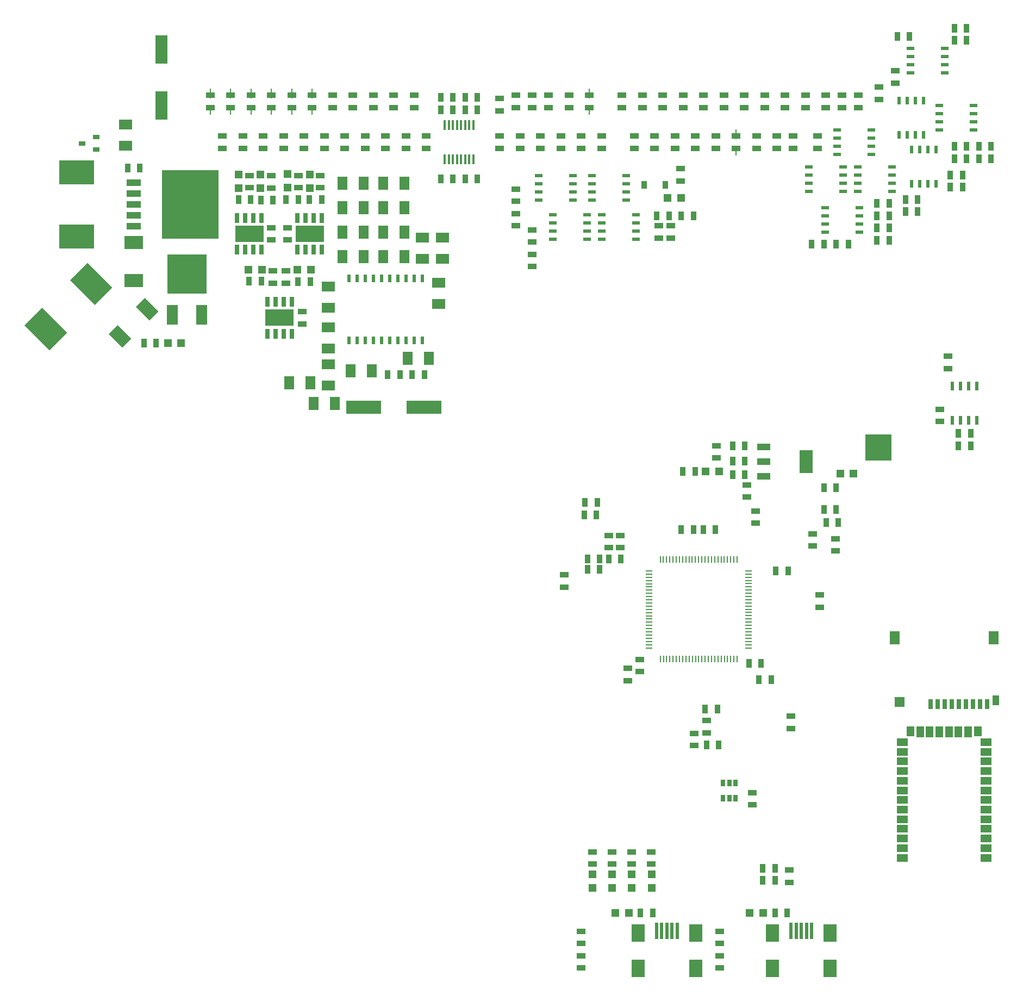
<source format=gtp>
G04 (created by PCBNEW (2013-07-07 BZR 4022)-stable) date 06/07/2014 12:08:28*
%MOIN*%
G04 Gerber Fmt 3.4, Leading zero omitted, Abs format*
%FSLAX34Y34*%
G01*
G70*
G90*
G04 APERTURE LIST*
%ADD10C,0.00393701*%
%ADD11R,0.04X0.01*%
%ADD12R,0.01X0.04*%
%ADD13R,0.0177X0.059*%
%ADD14R,0.055X0.035*%
%ADD15R,0.008X0.06*%
%ADD16R,0.035X0.055*%
%ADD17R,0.0472X0.0472*%
%ADD18R,0.08X0.144*%
%ADD19R,0.08X0.04*%
%ADD20R,0.0275591X0.0393701*%
%ADD21R,0.16X0.16*%
%ADD22R,0.1181X0.0787*%
%ADD23R,0.2165X0.1516*%
%ADD24R,0.09X0.042*%
%ADD25R,0.35X0.42*%
%ADD26R,0.065X0.12*%
%ADD27R,0.24X0.24*%
%ADD28R,0.0748X0.1732*%
%ADD29R,0.08X0.06*%
%ADD30R,0.0394X0.0315*%
%ADD31R,0.06X0.08*%
%ADD32R,0.2165X0.0787*%
%ADD33R,0.02X0.05*%
%ADD34R,0.03X0.06*%
%ADD35R,0.04X0.06*%
%ADD36R,0.06X0.06*%
%ADD37R,0.045X0.02*%
%ADD38R,0.02X0.045*%
%ADD39R,0.038X0.05*%
%ADD40R,0.0236X0.0551*%
%ADD41R,0.175X0.1*%
%ADD42R,0.02X0.1*%
%ADD43R,0.0787402X0.11*%
%ADD44R,0.0669X0.0472*%
%ADD45R,0.0472X0.0629*%
%ADD46R,0.0472X0.0669*%
G04 APERTURE END LIST*
G54D10*
G54D11*
X87750Y-54274D03*
X87750Y-58994D03*
X87750Y-58794D03*
X87750Y-58604D03*
X87750Y-58404D03*
X87750Y-58204D03*
X87750Y-58014D03*
X87750Y-57814D03*
X87750Y-57614D03*
X87750Y-57424D03*
X87750Y-57224D03*
X87750Y-57024D03*
X87750Y-56824D03*
X87750Y-56634D03*
X87750Y-56434D03*
X87750Y-56234D03*
X87750Y-56044D03*
X87750Y-55844D03*
X87750Y-55644D03*
X87750Y-55454D03*
X87750Y-55254D03*
X87750Y-55054D03*
X87750Y-54864D03*
X87750Y-54664D03*
X87750Y-54464D03*
G54D12*
X87060Y-59684D03*
X82340Y-59684D03*
X82540Y-59684D03*
X82730Y-59684D03*
X82930Y-59684D03*
X83130Y-59684D03*
X83320Y-59684D03*
X83520Y-59684D03*
X83720Y-59684D03*
X83910Y-59684D03*
X84110Y-59684D03*
X84310Y-59684D03*
X84510Y-59684D03*
X84700Y-59684D03*
X84900Y-59684D03*
X85100Y-59684D03*
X85290Y-59684D03*
X85490Y-59684D03*
X85690Y-59684D03*
X85880Y-59684D03*
X86080Y-59684D03*
X86280Y-59684D03*
X86470Y-59684D03*
X86670Y-59684D03*
X86870Y-59684D03*
X87060Y-53584D03*
X86860Y-53584D03*
X86670Y-53584D03*
X86470Y-53584D03*
X86270Y-53584D03*
X86080Y-53584D03*
X85880Y-53584D03*
X85680Y-53584D03*
X85490Y-53584D03*
X85290Y-53584D03*
X85090Y-53584D03*
X84890Y-53584D03*
X84700Y-53584D03*
X84500Y-53584D03*
X84300Y-53584D03*
X84110Y-53584D03*
X83910Y-53584D03*
X83710Y-53584D03*
X83520Y-53584D03*
X83320Y-53584D03*
X83120Y-53584D03*
X82930Y-53584D03*
X82730Y-53584D03*
X82530Y-53584D03*
X82340Y-53584D03*
G54D11*
X81650Y-54274D03*
X81650Y-54474D03*
X81650Y-54664D03*
X81650Y-54864D03*
X81650Y-55064D03*
X81650Y-55254D03*
X81650Y-55454D03*
X81650Y-55654D03*
X81650Y-55844D03*
X81650Y-56044D03*
X81650Y-56244D03*
X81650Y-56444D03*
X81650Y-56634D03*
X81650Y-56834D03*
X81650Y-57034D03*
X81650Y-57224D03*
X81650Y-57424D03*
X81650Y-57624D03*
X81650Y-57814D03*
X81650Y-58014D03*
X81650Y-58214D03*
X81650Y-58404D03*
X81650Y-58604D03*
X81650Y-58804D03*
X81650Y-58994D03*
G54D13*
X69125Y-29059D03*
X69375Y-29059D03*
X69625Y-29059D03*
X69875Y-29059D03*
X70125Y-29059D03*
X70375Y-29059D03*
X70625Y-29059D03*
X70875Y-29059D03*
X70875Y-26941D03*
X70625Y-26941D03*
X70375Y-26941D03*
X70125Y-26941D03*
X69875Y-26941D03*
X69625Y-26941D03*
X69375Y-26941D03*
X69125Y-26941D03*
G54D14*
X78000Y-25875D03*
X78000Y-25125D03*
G54D15*
X78000Y-25000D03*
X78000Y-26000D03*
G54D14*
X61000Y-25875D03*
X61000Y-25125D03*
G54D15*
X61000Y-25000D03*
X61000Y-26000D03*
G54D14*
X59750Y-25875D03*
X59750Y-25125D03*
G54D15*
X59750Y-25000D03*
X59750Y-26000D03*
G54D14*
X58500Y-25875D03*
X58500Y-25125D03*
G54D15*
X58500Y-25000D03*
X58500Y-26000D03*
G54D14*
X57250Y-25875D03*
X57250Y-25125D03*
G54D15*
X57250Y-25000D03*
X57250Y-26000D03*
G54D14*
X54750Y-25875D03*
X54750Y-25125D03*
G54D15*
X54750Y-26000D03*
X54750Y-25000D03*
G54D14*
X56000Y-25875D03*
X56000Y-25125D03*
G54D15*
X56000Y-26000D03*
X56000Y-25000D03*
G54D14*
X87000Y-28375D03*
X87000Y-27625D03*
G54D15*
X87000Y-28500D03*
X87000Y-27500D03*
G54D14*
X75500Y-25875D03*
X75500Y-25125D03*
X77500Y-28375D03*
X77500Y-27625D03*
X76750Y-25875D03*
X76750Y-25125D03*
X78750Y-28375D03*
X78750Y-27625D03*
X80750Y-28375D03*
X80750Y-27625D03*
X80000Y-25875D03*
X80000Y-25125D03*
X82000Y-28375D03*
X82000Y-27625D03*
X81250Y-25875D03*
X81250Y-25125D03*
X83250Y-28375D03*
X83250Y-27625D03*
X82500Y-25875D03*
X82500Y-25125D03*
X84500Y-28375D03*
X84500Y-27625D03*
X83750Y-25875D03*
X83750Y-25125D03*
X85750Y-28375D03*
X85750Y-27625D03*
X85000Y-25875D03*
X85000Y-25125D03*
X76250Y-28375D03*
X76250Y-27625D03*
X86250Y-25875D03*
X86250Y-25125D03*
X88250Y-28375D03*
X88250Y-27625D03*
X87500Y-25875D03*
X87500Y-25125D03*
X89500Y-28375D03*
X89500Y-27625D03*
X88750Y-25875D03*
X88750Y-25125D03*
X90500Y-28375D03*
X90500Y-27625D03*
X90000Y-25875D03*
X90000Y-25125D03*
X92000Y-28375D03*
X92000Y-27625D03*
X91250Y-25875D03*
X91250Y-25125D03*
X93500Y-25875D03*
X93500Y-25125D03*
X92500Y-25875D03*
X92500Y-25125D03*
X95750Y-25375D03*
X95750Y-24625D03*
X94500Y-25875D03*
X94500Y-25125D03*
X96750Y-24375D03*
X96750Y-23625D03*
G54D16*
X97625Y-21500D03*
X96875Y-21500D03*
G54D14*
X65500Y-28375D03*
X65500Y-27625D03*
X56750Y-28375D03*
X56750Y-27625D03*
X58000Y-28375D03*
X58000Y-27625D03*
X59250Y-28375D03*
X59250Y-27625D03*
X60500Y-28375D03*
X60500Y-27625D03*
X61750Y-28375D03*
X61750Y-27625D03*
X63000Y-28375D03*
X63000Y-27625D03*
X62250Y-25875D03*
X62250Y-25125D03*
X64250Y-28375D03*
X64250Y-27625D03*
X63500Y-25875D03*
X63500Y-25125D03*
X55500Y-28375D03*
X55500Y-27625D03*
X64750Y-25875D03*
X64750Y-25125D03*
X66750Y-28375D03*
X66750Y-27625D03*
X66000Y-25875D03*
X66000Y-25125D03*
X68000Y-28375D03*
X68000Y-27625D03*
X67250Y-25875D03*
X67250Y-25125D03*
X72500Y-28375D03*
X72500Y-27625D03*
X72500Y-26075D03*
X72500Y-25325D03*
X90350Y-63934D03*
X90350Y-63184D03*
G54D16*
X84975Y-51734D03*
X85725Y-51734D03*
X84375Y-51734D03*
X83625Y-51734D03*
G54D14*
X84425Y-64984D03*
X84425Y-64234D03*
G54D16*
X77875Y-53534D03*
X78625Y-53534D03*
X77875Y-54184D03*
X78625Y-54184D03*
G54D14*
X79200Y-52109D03*
X79200Y-52859D03*
X79900Y-52109D03*
X79900Y-52859D03*
X87650Y-49759D03*
X87650Y-49009D03*
G54D16*
X78475Y-50084D03*
X77725Y-50084D03*
X83725Y-48184D03*
X84475Y-48184D03*
G54D14*
X81100Y-60459D03*
X81100Y-59709D03*
G54D16*
X88525Y-59934D03*
X87775Y-59934D03*
X90175Y-54284D03*
X89425Y-54284D03*
G54D14*
X80350Y-60259D03*
X80350Y-61009D03*
X93100Y-53059D03*
X93100Y-52309D03*
G54D16*
X88400Y-60959D03*
X89150Y-60959D03*
X86775Y-48384D03*
X87525Y-48384D03*
X87525Y-47534D03*
X86775Y-47534D03*
G54D17*
X85137Y-48184D03*
X85963Y-48184D03*
G54D16*
X78425Y-50834D03*
X77675Y-50834D03*
X85100Y-62759D03*
X85850Y-62759D03*
G54D14*
X85200Y-64209D03*
X85200Y-63459D03*
G54D16*
X85175Y-64934D03*
X85925Y-64934D03*
G54D14*
X92125Y-55759D03*
X92125Y-56509D03*
X76450Y-54525D03*
X76450Y-55275D03*
X78200Y-72259D03*
X78200Y-71509D03*
X79400Y-72259D03*
X79400Y-71509D03*
X80600Y-72259D03*
X80600Y-71509D03*
X81800Y-72259D03*
X81800Y-71509D03*
G54D16*
X79925Y-53534D03*
X79175Y-53534D03*
G54D14*
X85800Y-47359D03*
X85800Y-46609D03*
G54D16*
X81125Y-75250D03*
X81875Y-75250D03*
X93125Y-49184D03*
X92375Y-49184D03*
G54D18*
X91300Y-47584D03*
G54D19*
X88700Y-47584D03*
X88700Y-48484D03*
X88700Y-46684D03*
G54D14*
X77500Y-77125D03*
X77500Y-76375D03*
X77500Y-77875D03*
X77500Y-78625D03*
X91700Y-52759D03*
X91700Y-52009D03*
X88200Y-51359D03*
X88200Y-50609D03*
G54D20*
X86949Y-67261D03*
X86575Y-67261D03*
X86200Y-67261D03*
X86200Y-68206D03*
X86575Y-68206D03*
X86949Y-68206D03*
G54D21*
X95710Y-46704D03*
G54D17*
X80590Y-72871D03*
X80590Y-73697D03*
X78190Y-72871D03*
X78190Y-73697D03*
X79390Y-72871D03*
X79390Y-73697D03*
X81810Y-72871D03*
X81810Y-73697D03*
X80413Y-75250D03*
X79587Y-75250D03*
X93377Y-48324D03*
X94203Y-48324D03*
G54D14*
X88000Y-67875D03*
X88000Y-68625D03*
G54D16*
X86775Y-46624D03*
X87525Y-46624D03*
X92515Y-51324D03*
X93265Y-51324D03*
X92375Y-50504D03*
X93125Y-50504D03*
X69625Y-26000D03*
X68875Y-26000D03*
X71125Y-26000D03*
X70375Y-26000D03*
X69625Y-25250D03*
X68875Y-25250D03*
X71125Y-25250D03*
X70375Y-25250D03*
X68875Y-30250D03*
X69625Y-30250D03*
X70375Y-30250D03*
X71125Y-30250D03*
G54D22*
X50056Y-36491D03*
X50056Y-34129D03*
G54D10*
G36*
X49360Y-40590D02*
X48525Y-39755D01*
X49081Y-39199D01*
X49916Y-40034D01*
X49360Y-40590D01*
X49360Y-40590D01*
G37*
G36*
X51030Y-38920D02*
X50195Y-38085D01*
X50751Y-37529D01*
X51586Y-38364D01*
X51030Y-38920D01*
X51030Y-38920D01*
G37*
G54D23*
X46556Y-29851D03*
X46556Y-33769D03*
G54D10*
G36*
X47211Y-35373D02*
X48742Y-36904D01*
X47670Y-37976D01*
X46139Y-36445D01*
X47211Y-35373D01*
X47211Y-35373D01*
G37*
G36*
X44441Y-38143D02*
X45972Y-39674D01*
X44900Y-40746D01*
X43369Y-39215D01*
X44441Y-38143D01*
X44441Y-38143D01*
G37*
G54D16*
X50681Y-40310D03*
X51431Y-40310D03*
G54D17*
X52143Y-40310D03*
X52969Y-40310D03*
G54D24*
X50056Y-30470D03*
G54D25*
X53506Y-31810D03*
G54D24*
X50056Y-31810D03*
X50056Y-31140D03*
X50056Y-32480D03*
X50056Y-33150D03*
G54D26*
X52406Y-38560D03*
G54D27*
X53306Y-36060D03*
G54D26*
X54206Y-38560D03*
G54D28*
X51750Y-25732D03*
X51750Y-22307D03*
G54D16*
X49681Y-29560D03*
X50431Y-29560D03*
G54D29*
X49556Y-28210D03*
X49556Y-26910D03*
G54D30*
X46873Y-28060D03*
X47739Y-27685D03*
X47739Y-28435D03*
G54D29*
X68750Y-37900D03*
X68750Y-36600D03*
X67750Y-33850D03*
X67750Y-35150D03*
G54D31*
X63350Y-42000D03*
X64650Y-42000D03*
G54D29*
X62000Y-42900D03*
X62000Y-41600D03*
X69000Y-33850D03*
X69000Y-35150D03*
X62000Y-38150D03*
X62000Y-36850D03*
G54D31*
X68150Y-41250D03*
X66850Y-41250D03*
G54D29*
X62000Y-40650D03*
X62000Y-39350D03*
G54D31*
X65350Y-35000D03*
X66650Y-35000D03*
X64150Y-35000D03*
X62850Y-35000D03*
X65350Y-33500D03*
X66650Y-33500D03*
X62850Y-32000D03*
X64150Y-32000D03*
X62850Y-30500D03*
X64150Y-30500D03*
X66650Y-30500D03*
X65350Y-30500D03*
X66650Y-32000D03*
X65350Y-32000D03*
G54D16*
X67875Y-42250D03*
X67125Y-42250D03*
X65625Y-42250D03*
X66375Y-42250D03*
G54D32*
X64150Y-44250D03*
X67850Y-44250D03*
G54D31*
X62400Y-44000D03*
X61100Y-44000D03*
X60900Y-42750D03*
X59600Y-42750D03*
G54D33*
X67750Y-36350D03*
X67250Y-36350D03*
X66750Y-36350D03*
X66250Y-36350D03*
X65750Y-36350D03*
X65250Y-36350D03*
X64750Y-36350D03*
X64250Y-36350D03*
X63750Y-36350D03*
X63250Y-36350D03*
X63250Y-40150D03*
X63750Y-40150D03*
X64250Y-40150D03*
X64750Y-40150D03*
X65250Y-40150D03*
X65750Y-40150D03*
X66250Y-40150D03*
X66750Y-40150D03*
X67250Y-40150D03*
X67750Y-40150D03*
G54D14*
X86000Y-76375D03*
X86000Y-77125D03*
G54D16*
X88625Y-72500D03*
X89375Y-72500D03*
X89375Y-73250D03*
X88625Y-73250D03*
G54D14*
X90250Y-72625D03*
X90250Y-73375D03*
X86000Y-77875D03*
X86000Y-78625D03*
G54D16*
X90125Y-75250D03*
X89375Y-75250D03*
G54D17*
X88663Y-75250D03*
X87837Y-75250D03*
G54D34*
X98917Y-62450D03*
X99350Y-62450D03*
X99783Y-62450D03*
X100216Y-62450D03*
X100650Y-62450D03*
X101083Y-62450D03*
X101516Y-62450D03*
X101949Y-62450D03*
X102382Y-62450D03*
G54D35*
X102912Y-62213D03*
G54D31*
X102775Y-58366D03*
X96712Y-58366D03*
G54D36*
X97035Y-62295D03*
G54D14*
X83000Y-33125D03*
X83000Y-33875D03*
G54D16*
X83625Y-32500D03*
X84375Y-32500D03*
G54D14*
X73500Y-32375D03*
X73500Y-33125D03*
X74500Y-34875D03*
X74500Y-35625D03*
G54D16*
X95625Y-34000D03*
X96375Y-34000D03*
X92375Y-34250D03*
X91625Y-34250D03*
X96375Y-33250D03*
X95625Y-33250D03*
X93875Y-34250D03*
X93125Y-34250D03*
G54D14*
X73500Y-30875D03*
X73500Y-31625D03*
X74500Y-33375D03*
X74500Y-34125D03*
G54D16*
X82125Y-32500D03*
X82875Y-32500D03*
G54D14*
X82250Y-33875D03*
X82250Y-33125D03*
G54D37*
X92450Y-33500D03*
X94550Y-33500D03*
X92450Y-33000D03*
X92450Y-32500D03*
X92450Y-32000D03*
X94550Y-33000D03*
X94550Y-32500D03*
X94550Y-32000D03*
X91450Y-31000D03*
X93550Y-31000D03*
X91450Y-30500D03*
X91450Y-30000D03*
X91450Y-29500D03*
X93550Y-30500D03*
X93550Y-30000D03*
X93550Y-29500D03*
X77000Y-30050D03*
X74900Y-30050D03*
X77000Y-30550D03*
X77000Y-31050D03*
X77000Y-31550D03*
X74900Y-30550D03*
X74900Y-31050D03*
X74900Y-31550D03*
X78150Y-31550D03*
X80250Y-31550D03*
X78150Y-31050D03*
X78150Y-30550D03*
X78150Y-30050D03*
X80250Y-31050D03*
X80250Y-30550D03*
X80250Y-30050D03*
X78750Y-33950D03*
X80850Y-33950D03*
X78750Y-33450D03*
X78750Y-32950D03*
X78750Y-32450D03*
X80850Y-33450D03*
X80850Y-32950D03*
X80850Y-32450D03*
X77850Y-32450D03*
X75750Y-32450D03*
X77850Y-32950D03*
X77850Y-33450D03*
X77850Y-33950D03*
X75750Y-32950D03*
X75750Y-33450D03*
X75750Y-33950D03*
G54D38*
X97000Y-25450D03*
X97000Y-27550D03*
X97500Y-25450D03*
X98000Y-25450D03*
X98500Y-25450D03*
X97500Y-27550D03*
X98000Y-27550D03*
X98500Y-27550D03*
G54D37*
X97700Y-23750D03*
X99800Y-23750D03*
X97700Y-23250D03*
X97700Y-22750D03*
X97700Y-22250D03*
X99800Y-23250D03*
X99800Y-22750D03*
X99800Y-22250D03*
X99450Y-27250D03*
X101550Y-27250D03*
X99450Y-26750D03*
X99450Y-26250D03*
X99450Y-25750D03*
X101550Y-26750D03*
X101550Y-26250D03*
X101550Y-25750D03*
G54D38*
X97750Y-28450D03*
X97750Y-30550D03*
X98250Y-28450D03*
X98750Y-28450D03*
X99250Y-28450D03*
X98250Y-30550D03*
X98750Y-30550D03*
X99250Y-30550D03*
G54D37*
X94450Y-31000D03*
X96550Y-31000D03*
X94450Y-30500D03*
X94450Y-30000D03*
X94450Y-29500D03*
X96550Y-30500D03*
X96550Y-30000D03*
X96550Y-29500D03*
X93200Y-28750D03*
X95300Y-28750D03*
X93200Y-28250D03*
X93200Y-27750D03*
X93200Y-27250D03*
X95300Y-28250D03*
X95300Y-27750D03*
X95300Y-27250D03*
G54D16*
X101125Y-21000D03*
X100375Y-21000D03*
X101875Y-28250D03*
X102625Y-28250D03*
X101125Y-28250D03*
X100375Y-28250D03*
X100875Y-30000D03*
X100125Y-30000D03*
X98125Y-31500D03*
X97375Y-31500D03*
X96375Y-31750D03*
X95625Y-31750D03*
G54D39*
X82640Y-30610D03*
X81350Y-30610D03*
G54D14*
X83600Y-29625D03*
X83600Y-30375D03*
G54D16*
X97375Y-32250D03*
X98125Y-32250D03*
X95625Y-32500D03*
X96375Y-32500D03*
X100375Y-29000D03*
X101125Y-29000D03*
X100125Y-30750D03*
X100875Y-30750D03*
X102625Y-29000D03*
X101875Y-29000D03*
X100375Y-21750D03*
X101125Y-21750D03*
G54D17*
X83613Y-31400D03*
X82787Y-31400D03*
G54D16*
X100625Y-46600D03*
X101375Y-46600D03*
X101375Y-45850D03*
X100625Y-45850D03*
G54D14*
X99500Y-44375D03*
X99500Y-45125D03*
G54D40*
X100250Y-42950D03*
X100250Y-45050D03*
X100750Y-42950D03*
X101250Y-42950D03*
X101750Y-42950D03*
X100750Y-45050D03*
X101250Y-45050D03*
X101750Y-45050D03*
G54D14*
X100000Y-41125D03*
X100000Y-41875D03*
G54D41*
X59000Y-38755D03*
G54D34*
X59750Y-37780D03*
X59250Y-37780D03*
X58750Y-37780D03*
X58250Y-37780D03*
X59750Y-39730D03*
X59250Y-39730D03*
X58750Y-39730D03*
X58250Y-39730D03*
G54D41*
X60850Y-33605D03*
G54D34*
X61600Y-32630D03*
X61100Y-32630D03*
X60600Y-32630D03*
X60100Y-32630D03*
X61600Y-34580D03*
X61100Y-34580D03*
X60600Y-34580D03*
X60100Y-34580D03*
G54D41*
X57150Y-33605D03*
G54D34*
X57900Y-32630D03*
X57400Y-32630D03*
X56900Y-32630D03*
X56400Y-32630D03*
X57900Y-34580D03*
X57400Y-34580D03*
X56900Y-34580D03*
X56400Y-34580D03*
G54D16*
X60875Y-36555D03*
X60125Y-36555D03*
G54D14*
X59400Y-35880D03*
X59400Y-36630D03*
G54D16*
X59400Y-31505D03*
X60150Y-31505D03*
X57850Y-31530D03*
X58600Y-31530D03*
G54D14*
X58500Y-30055D03*
X58500Y-30805D03*
X59500Y-33980D03*
X59500Y-33230D03*
X57150Y-30030D03*
X57150Y-30780D03*
G54D16*
X56475Y-31505D03*
X57225Y-31505D03*
G54D14*
X58600Y-35880D03*
X58600Y-36630D03*
G54D16*
X57125Y-36505D03*
X57875Y-36505D03*
G54D14*
X58500Y-33980D03*
X58500Y-33230D03*
X60150Y-30030D03*
X60150Y-30780D03*
X60400Y-39130D03*
X60400Y-38380D03*
X61500Y-30030D03*
X61500Y-30780D03*
G54D16*
X60825Y-31505D03*
X61575Y-31505D03*
G54D17*
X60913Y-35805D03*
X60087Y-35805D03*
X59475Y-30768D03*
X59475Y-29942D03*
X57825Y-30818D03*
X57825Y-29992D03*
X56500Y-30818D03*
X56500Y-29992D03*
X60850Y-30818D03*
X60850Y-29992D03*
X57087Y-35805D03*
X57913Y-35805D03*
G54D31*
X64150Y-33500D03*
X62850Y-33500D03*
G54D14*
X74500Y-25875D03*
X74500Y-25125D03*
X75000Y-28375D03*
X75000Y-27625D03*
X73500Y-25875D03*
X73500Y-25125D03*
X73750Y-28375D03*
X73750Y-27625D03*
G54D42*
X82120Y-76350D03*
X82435Y-76350D03*
X82750Y-76350D03*
X83064Y-76350D03*
X83379Y-76350D03*
G54D43*
X80978Y-78631D03*
X84521Y-78631D03*
X80978Y-76465D03*
X84521Y-76465D03*
G54D42*
X90370Y-76350D03*
X90685Y-76350D03*
X91000Y-76350D03*
X91314Y-76350D03*
X91629Y-76350D03*
G54D43*
X89228Y-78631D03*
X92771Y-78631D03*
X89228Y-76465D03*
X92771Y-76465D03*
G54D44*
X102309Y-65957D03*
X102309Y-65366D03*
X102309Y-64776D03*
X102309Y-66547D03*
X102309Y-67138D03*
X102309Y-67728D03*
X102309Y-68319D03*
X102309Y-68909D03*
X102309Y-69500D03*
X102309Y-70091D03*
X102309Y-70681D03*
X102309Y-71272D03*
X102309Y-71862D03*
G54D45*
X101817Y-64108D03*
G54D46*
X101225Y-64126D03*
X100635Y-64126D03*
X100045Y-64126D03*
X99455Y-64126D03*
X98865Y-64126D03*
X98275Y-64126D03*
G54D45*
X97685Y-64107D03*
G54D44*
X97191Y-64776D03*
X97191Y-65366D03*
X97191Y-65958D03*
X97191Y-66547D03*
X97191Y-67138D03*
X97191Y-67728D03*
X97191Y-68319D03*
X97191Y-68909D03*
X97191Y-69500D03*
X97191Y-70091D03*
X97191Y-70681D03*
X97191Y-71272D03*
X97191Y-71862D03*
M02*

</source>
